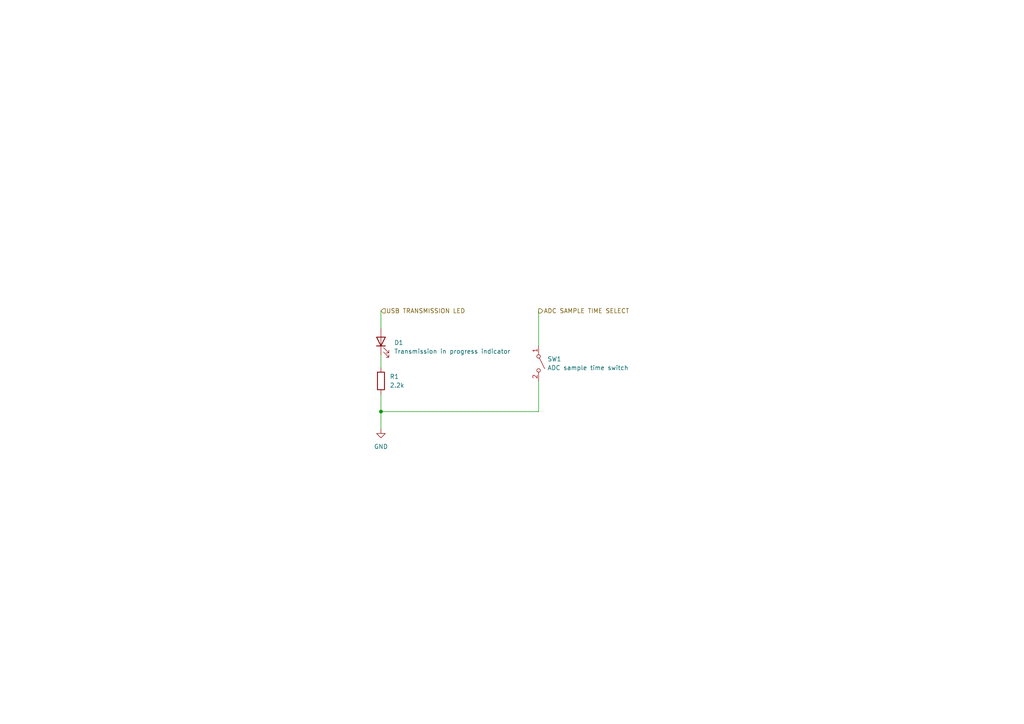
<source format=kicad_sch>
(kicad_sch (version 20211123) (generator eeschema)
  (paper "A4")
  (lib_symbols
    (symbol "Device:LED" (pin_numbers hide) (pin_names (offset 1.016) hide)
      (property "Reference" "D" (at 0 2.54 0))
      (property "Value" "LED" (at 0 -2.54 0))
      (symbol "LED_0_1"
        (polyline (pts (xy -1.27 -1.27) (xy -1.27 1.27)) (stroke (width 0.254)))
        (polyline (pts (xy -1.27 0) (xy 1.27 0)))
        (polyline (pts (xy 1.27 -1.27) (xy 1.27 1.27) (xy -1.27 0) (xy 1.27 -1.27)) (stroke (width 0.254)))
        (polyline (pts (xy -3.048 -0.762) (xy -4.572 -2.286) (xy -3.81 -2.286) (xy -4.572 -2.286) (xy -4.572 -1.524)))
        (polyline (pts (xy -1.778 -0.762) (xy -3.302 -2.286) (xy -2.54 -2.286) (xy -3.302 -2.286) (xy -3.302 -1.524)))
      )
      (symbol "LED_1_1"
        (pin passive line (at -3.81 0 0) (length 2.54) (name "K") (number "1"))
        (pin passive line (at 3.81 0 180) (length 2.54) (name "A") (number "2"))
      )
    )
    (symbol "Device:R" (pin_numbers hide) (pin_names (offset 0))
      (property "Reference" "R" (at 2.032 0 90))
      (property "Value" "R" (at 0 0 90))
      (symbol "R_0_1"
        (rectangle (start -1.016 -2.54) (end 1.016 2.54) (stroke (width 0.254)))
      )
      (symbol "R_1_1"
        (pin passive line (at 0 3.81 270) (length 1.27) (name "~") (number "1"))
        (pin passive line (at 0 -3.81 90) (length 1.27) (name "~") (number "2"))
      )
    )
    (symbol "Switch:SW_SPST" (pin_names (offset 0) hide)
      (property "Reference" "SW" (at 0 3.175 0))
      (property "Value" "SW_SPST" (at 0 -2.54 0))
      (symbol "SW_SPST_0_0"
        (circle (center -2.032 0) (radius 0.508))
        (polyline (pts (xy -1.524 0.254) (xy 1.524 1.778)))
        (circle (center 2.032 0) (radius 0.508))
      )
      (symbol "SW_SPST_1_1"
        (pin passive line (at -5.08 0 0) (length 2.54) (name "A") (number "1"))
        (pin passive line (at 5.08 0 180) (length 2.54) (name "B") (number "2"))
      )
    )
    (symbol "power:GND" (power) (pin_names (offset 0))
      (property "Value" "GND" (at 0 -3.81 0))
      (symbol "GND_0_1"
        (polyline (pts (xy 0 0) (xy 0 -1.27) (xy 1.27 -1.27) (xy 0 -2.54) (xy -1.27 -1.27) (xy 0 -1.27)))
      )
      (symbol "GND_1_1"
        (pin power_in line (at 0 0 270) (length 0) hide (name "GND") (number "1"))
      )
    )
  )
  (junction (at 110.49 119.38))
  (wire (pts (xy 110.49 119.38) (xy 156.21 119.38)))
  (wire (pts (xy 110.49 102.87) (xy 110.49 106.68)))
  (wire (pts (xy 156.21 90.17) (xy 156.21 100.33)))
  (wire (pts (xy 156.21 110.49) (xy 156.21 119.38)))
  (wire (pts (xy 110.49 90.17) (xy 110.49 95.25)))
  (wire (pts (xy 110.49 114.3) (xy 110.49 119.38)))
  (wire (pts (xy 110.49 119.38) (xy 110.49 124.46)))
  (hierarchical_label "USB TRANSMISSION LED" (shape input) (at 110.49 90.17 0))
  (hierarchical_label "ADC SAMPLE TIME SELECT" (shape output) (at 156.21 90.17 0))
  (symbol (lib_id "Device:R") (at 110.49 110.49 0) (unit 1)
    (property "Reference" "R1" (at 113.03 109.2199 0) (effects (justify left)))
    (property "Value" "2.2k" (at 113.03 111.7599 0) (effects (justify left)))
  )
  (symbol (lib_id "power:GND") (at 110.49 124.46 0) (unit 1)
    (property "Reference" "#PWR?" (effects hide))
    (property "Value" "GND" (at 110.49 129.54 0))
  )
  (symbol (lib_id "Device:LED") (at 110.49 99.06 90) (unit 1)
    (property "Reference" "D1" (at 114.3 99.3774 90) (effects (justify right)))
    (property "Value" "Transmission in progress indicator" (at 114.3 101.9174 90) (effects (justify right)))
  )
  (symbol (lib_id "Switch:SW_SPST") (at 156.21 105.41 270) (unit 1)
    (property "Reference" "SW1" (at 158.75 104.1399 90) (effects (justify left)))
    (property "Value" "ADC sample time switch" (at 158.75 106.6799 90) (effects (justify left)))
  )
)
</source>
